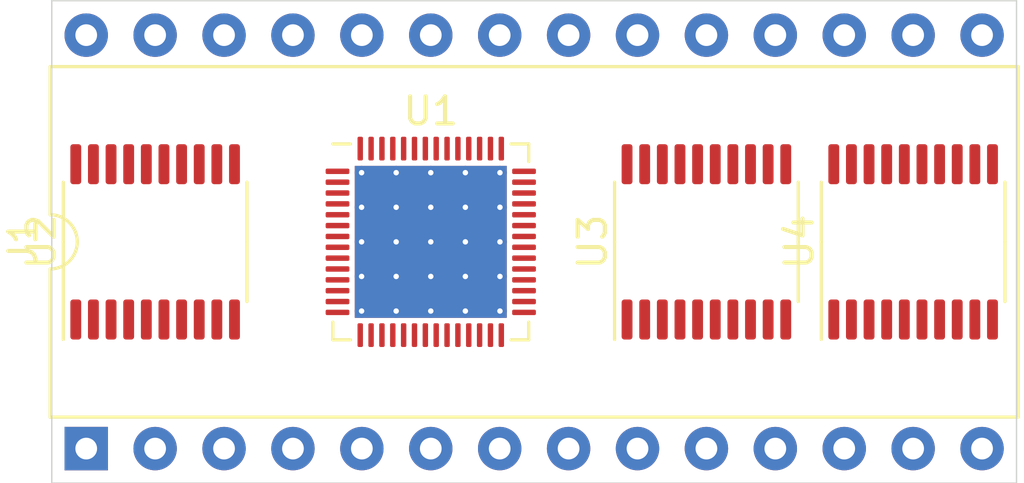
<source format=kicad_pcb>
(kicad_pcb (version 20171130) (host pcbnew 5.99.0+really5.1.12+dfsg1-1)

  (general
    (thickness 1.6)
    (drawings 4)
    (tracks 0)
    (zones 0)
    (modules 5)
    (nets 146)
  )

  (page A4)
  (layers
    (0 F.Cu signal)
    (31 B.Cu signal)
    (32 B.Adhes user)
    (33 F.Adhes user)
    (34 B.Paste user)
    (35 F.Paste user)
    (36 B.SilkS user)
    (37 F.SilkS user)
    (38 B.Mask user)
    (39 F.Mask user)
    (40 Dwgs.User user)
    (41 Cmts.User user)
    (42 Eco1.User user)
    (43 Eco2.User user)
    (44 Edge.Cuts user)
    (45 Margin user)
    (46 B.CrtYd user)
    (47 F.CrtYd user)
    (48 B.Fab user)
    (49 F.Fab user hide)
  )

  (setup
    (last_trace_width 0.25)
    (trace_clearance 0.2)
    (zone_clearance 0.508)
    (zone_45_only no)
    (trace_min 0.2)
    (via_size 0.8)
    (via_drill 0.4)
    (via_min_size 0.4)
    (via_min_drill 0.3)
    (uvia_size 0.3)
    (uvia_drill 0.1)
    (uvias_allowed no)
    (uvia_min_size 0.2)
    (uvia_min_drill 0.1)
    (edge_width 0.05)
    (segment_width 0.2)
    (pcb_text_width 0.3)
    (pcb_text_size 1.5 1.5)
    (mod_edge_width 0.12)
    (mod_text_size 1 1)
    (mod_text_width 0.15)
    (pad_size 1.524 1.524)
    (pad_drill 0.762)
    (pad_to_mask_clearance 0)
    (aux_axis_origin 0 0)
    (visible_elements FFFFFF7F)
    (pcbplotparams
      (layerselection 0x010fc_ffffffff)
      (usegerberextensions false)
      (usegerberattributes true)
      (usegerberadvancedattributes true)
      (creategerberjobfile true)
      (excludeedgelayer true)
      (linewidth 0.100000)
      (plotframeref false)
      (viasonmask false)
      (mode 1)
      (useauxorigin false)
      (hpglpennumber 1)
      (hpglpenspeed 20)
      (hpglpendiameter 15.000000)
      (psnegative false)
      (psa4output false)
      (plotreference true)
      (plotvalue true)
      (plotinvisibletext false)
      (padsonsilk false)
      (subtractmaskfromsilk false)
      (outputformat 1)
      (mirror false)
      (drillshape 1)
      (scaleselection 1)
      (outputdirectory ""))
  )

  (net 0 "")
  (net 1 "Net-(J1-Pad28)")
  (net 2 "Net-(J1-Pad14)")
  (net 3 "Net-(J1-Pad27)")
  (net 4 "Net-(J1-Pad13)")
  (net 5 "Net-(J1-Pad26)")
  (net 6 "Net-(J1-Pad12)")
  (net 7 "Net-(J1-Pad25)")
  (net 8 "Net-(J1-Pad11)")
  (net 9 "Net-(J1-Pad24)")
  (net 10 "Net-(J1-Pad10)")
  (net 11 "Net-(J1-Pad23)")
  (net 12 "Net-(J1-Pad9)")
  (net 13 "Net-(J1-Pad22)")
  (net 14 "Net-(J1-Pad8)")
  (net 15 "Net-(J1-Pad21)")
  (net 16 "Net-(J1-Pad7)")
  (net 17 "Net-(J1-Pad20)")
  (net 18 "Net-(J1-Pad6)")
  (net 19 "Net-(J1-Pad19)")
  (net 20 "Net-(J1-Pad5)")
  (net 21 "Net-(J1-Pad18)")
  (net 22 "Net-(J1-Pad4)")
  (net 23 "Net-(J1-Pad17)")
  (net 24 "Net-(J1-Pad3)")
  (net 25 "Net-(J1-Pad16)")
  (net 26 "Net-(J1-Pad2)")
  (net 27 "Net-(J1-Pad15)")
  (net 28 "Net-(J1-Pad1)")
  (net 29 "Net-(U1-Pad57)")
  (net 30 "Net-(U1-Pad56)")
  (net 31 "Net-(U1-Pad55)")
  (net 32 "Net-(U1-Pad54)")
  (net 33 "Net-(U1-Pad53)")
  (net 34 "Net-(U1-Pad52)")
  (net 35 "Net-(U1-Pad51)")
  (net 36 "Net-(U1-Pad50)")
  (net 37 "Net-(U1-Pad49)")
  (net 38 "Net-(U1-Pad48)")
  (net 39 "Net-(U1-Pad47)")
  (net 40 "Net-(U1-Pad46)")
  (net 41 "Net-(U1-Pad45)")
  (net 42 "Net-(U1-Pad44)")
  (net 43 "Net-(U1-Pad43)")
  (net 44 "Net-(U1-Pad42)")
  (net 45 "Net-(U1-Pad41)")
  (net 46 "Net-(U1-Pad40)")
  (net 47 "Net-(U1-Pad39)")
  (net 48 "Net-(U1-Pad38)")
  (net 49 "Net-(U1-Pad37)")
  (net 50 "Net-(U1-Pad36)")
  (net 51 "Net-(U1-Pad35)")
  (net 52 "Net-(U1-Pad34)")
  (net 53 "Net-(U1-Pad33)")
  (net 54 "Net-(U1-Pad32)")
  (net 55 "Net-(U1-Pad31)")
  (net 56 "Net-(U1-Pad30)")
  (net 57 "Net-(U1-Pad29)")
  (net 58 "Net-(U1-Pad28)")
  (net 59 "Net-(U1-Pad27)")
  (net 60 "Net-(U1-Pad26)")
  (net 61 "Net-(U1-Pad25)")
  (net 62 "Net-(U1-Pad24)")
  (net 63 "Net-(U1-Pad23)")
  (net 64 "Net-(U1-Pad22)")
  (net 65 "Net-(U1-Pad21)")
  (net 66 "Net-(U1-Pad20)")
  (net 67 "Net-(U1-Pad19)")
  (net 68 "Net-(U1-Pad18)")
  (net 69 "Net-(U1-Pad17)")
  (net 70 "Net-(U1-Pad16)")
  (net 71 "Net-(U1-Pad15)")
  (net 72 "Net-(U1-Pad14)")
  (net 73 "Net-(U1-Pad13)")
  (net 74 "Net-(U1-Pad12)")
  (net 75 "Net-(U1-Pad11)")
  (net 76 "Net-(U1-Pad10)")
  (net 77 "Net-(U1-Pad9)")
  (net 78 "Net-(U1-Pad8)")
  (net 79 "Net-(U1-Pad7)")
  (net 80 "Net-(U1-Pad6)")
  (net 81 "Net-(U1-Pad5)")
  (net 82 "Net-(U1-Pad4)")
  (net 83 "Net-(U1-Pad3)")
  (net 84 "Net-(U1-Pad2)")
  (net 85 "Net-(U1-Pad1)")
  (net 86 "Net-(U2-Pad20)")
  (net 87 "Net-(U2-Pad19)")
  (net 88 "Net-(U2-Pad18)")
  (net 89 "Net-(U2-Pad17)")
  (net 90 "Net-(U2-Pad16)")
  (net 91 "Net-(U2-Pad15)")
  (net 92 "Net-(U2-Pad14)")
  (net 93 "Net-(U2-Pad13)")
  (net 94 "Net-(U2-Pad12)")
  (net 95 "Net-(U2-Pad11)")
  (net 96 "Net-(U2-Pad10)")
  (net 97 "Net-(U2-Pad9)")
  (net 98 "Net-(U2-Pad8)")
  (net 99 "Net-(U2-Pad7)")
  (net 100 "Net-(U2-Pad6)")
  (net 101 "Net-(U2-Pad5)")
  (net 102 "Net-(U2-Pad4)")
  (net 103 "Net-(U2-Pad3)")
  (net 104 "Net-(U2-Pad2)")
  (net 105 "Net-(U2-Pad1)")
  (net 106 "Net-(U3-Pad20)")
  (net 107 "Net-(U3-Pad19)")
  (net 108 "Net-(U3-Pad18)")
  (net 109 "Net-(U3-Pad17)")
  (net 110 "Net-(U3-Pad16)")
  (net 111 "Net-(U3-Pad15)")
  (net 112 "Net-(U3-Pad14)")
  (net 113 "Net-(U3-Pad13)")
  (net 114 "Net-(U3-Pad12)")
  (net 115 "Net-(U3-Pad11)")
  (net 116 "Net-(U3-Pad10)")
  (net 117 "Net-(U3-Pad9)")
  (net 118 "Net-(U3-Pad8)")
  (net 119 "Net-(U3-Pad7)")
  (net 120 "Net-(U3-Pad6)")
  (net 121 "Net-(U3-Pad5)")
  (net 122 "Net-(U3-Pad4)")
  (net 123 "Net-(U3-Pad3)")
  (net 124 "Net-(U3-Pad2)")
  (net 125 "Net-(U3-Pad1)")
  (net 126 "Net-(U4-Pad20)")
  (net 127 "Net-(U4-Pad19)")
  (net 128 "Net-(U4-Pad18)")
  (net 129 "Net-(U4-Pad17)")
  (net 130 "Net-(U4-Pad16)")
  (net 131 "Net-(U4-Pad15)")
  (net 132 "Net-(U4-Pad14)")
  (net 133 "Net-(U4-Pad13)")
  (net 134 "Net-(U4-Pad12)")
  (net 135 "Net-(U4-Pad11)")
  (net 136 "Net-(U4-Pad10)")
  (net 137 "Net-(U4-Pad9)")
  (net 138 "Net-(U4-Pad8)")
  (net 139 "Net-(U4-Pad7)")
  (net 140 "Net-(U4-Pad6)")
  (net 141 "Net-(U4-Pad5)")
  (net 142 "Net-(U4-Pad4)")
  (net 143 "Net-(U4-Pad3)")
  (net 144 "Net-(U4-Pad2)")
  (net 145 "Net-(U4-Pad1)")

  (net_class Default "This is the default net class."
    (clearance 0.2)
    (trace_width 0.25)
    (via_dia 0.8)
    (via_drill 0.4)
    (uvia_dia 0.3)
    (uvia_drill 0.1)
    (add_net "Net-(J1-Pad1)")
    (add_net "Net-(J1-Pad10)")
    (add_net "Net-(J1-Pad11)")
    (add_net "Net-(J1-Pad12)")
    (add_net "Net-(J1-Pad13)")
    (add_net "Net-(J1-Pad14)")
    (add_net "Net-(J1-Pad15)")
    (add_net "Net-(J1-Pad16)")
    (add_net "Net-(J1-Pad17)")
    (add_net "Net-(J1-Pad18)")
    (add_net "Net-(J1-Pad19)")
    (add_net "Net-(J1-Pad2)")
    (add_net "Net-(J1-Pad20)")
    (add_net "Net-(J1-Pad21)")
    (add_net "Net-(J1-Pad22)")
    (add_net "Net-(J1-Pad23)")
    (add_net "Net-(J1-Pad24)")
    (add_net "Net-(J1-Pad25)")
    (add_net "Net-(J1-Pad26)")
    (add_net "Net-(J1-Pad27)")
    (add_net "Net-(J1-Pad28)")
    (add_net "Net-(J1-Pad3)")
    (add_net "Net-(J1-Pad4)")
    (add_net "Net-(J1-Pad5)")
    (add_net "Net-(J1-Pad6)")
    (add_net "Net-(J1-Pad7)")
    (add_net "Net-(J1-Pad8)")
    (add_net "Net-(J1-Pad9)")
    (add_net "Net-(U1-Pad1)")
    (add_net "Net-(U1-Pad10)")
    (add_net "Net-(U1-Pad11)")
    (add_net "Net-(U1-Pad12)")
    (add_net "Net-(U1-Pad13)")
    (add_net "Net-(U1-Pad14)")
    (add_net "Net-(U1-Pad15)")
    (add_net "Net-(U1-Pad16)")
    (add_net "Net-(U1-Pad17)")
    (add_net "Net-(U1-Pad18)")
    (add_net "Net-(U1-Pad19)")
    (add_net "Net-(U1-Pad2)")
    (add_net "Net-(U1-Pad20)")
    (add_net "Net-(U1-Pad21)")
    (add_net "Net-(U1-Pad22)")
    (add_net "Net-(U1-Pad23)")
    (add_net "Net-(U1-Pad24)")
    (add_net "Net-(U1-Pad25)")
    (add_net "Net-(U1-Pad26)")
    (add_net "Net-(U1-Pad27)")
    (add_net "Net-(U1-Pad28)")
    (add_net "Net-(U1-Pad29)")
    (add_net "Net-(U1-Pad3)")
    (add_net "Net-(U1-Pad30)")
    (add_net "Net-(U1-Pad31)")
    (add_net "Net-(U1-Pad32)")
    (add_net "Net-(U1-Pad33)")
    (add_net "Net-(U1-Pad34)")
    (add_net "Net-(U1-Pad35)")
    (add_net "Net-(U1-Pad36)")
    (add_net "Net-(U1-Pad37)")
    (add_net "Net-(U1-Pad38)")
    (add_net "Net-(U1-Pad39)")
    (add_net "Net-(U1-Pad4)")
    (add_net "Net-(U1-Pad40)")
    (add_net "Net-(U1-Pad41)")
    (add_net "Net-(U1-Pad42)")
    (add_net "Net-(U1-Pad43)")
    (add_net "Net-(U1-Pad44)")
    (add_net "Net-(U1-Pad45)")
    (add_net "Net-(U1-Pad46)")
    (add_net "Net-(U1-Pad47)")
    (add_net "Net-(U1-Pad48)")
    (add_net "Net-(U1-Pad49)")
    (add_net "Net-(U1-Pad5)")
    (add_net "Net-(U1-Pad50)")
    (add_net "Net-(U1-Pad51)")
    (add_net "Net-(U1-Pad52)")
    (add_net "Net-(U1-Pad53)")
    (add_net "Net-(U1-Pad54)")
    (add_net "Net-(U1-Pad55)")
    (add_net "Net-(U1-Pad56)")
    (add_net "Net-(U1-Pad57)")
    (add_net "Net-(U1-Pad6)")
    (add_net "Net-(U1-Pad7)")
    (add_net "Net-(U1-Pad8)")
    (add_net "Net-(U1-Pad9)")
    (add_net "Net-(U2-Pad1)")
    (add_net "Net-(U2-Pad10)")
    (add_net "Net-(U2-Pad11)")
    (add_net "Net-(U2-Pad12)")
    (add_net "Net-(U2-Pad13)")
    (add_net "Net-(U2-Pad14)")
    (add_net "Net-(U2-Pad15)")
    (add_net "Net-(U2-Pad16)")
    (add_net "Net-(U2-Pad17)")
    (add_net "Net-(U2-Pad18)")
    (add_net "Net-(U2-Pad19)")
    (add_net "Net-(U2-Pad2)")
    (add_net "Net-(U2-Pad20)")
    (add_net "Net-(U2-Pad3)")
    (add_net "Net-(U2-Pad4)")
    (add_net "Net-(U2-Pad5)")
    (add_net "Net-(U2-Pad6)")
    (add_net "Net-(U2-Pad7)")
    (add_net "Net-(U2-Pad8)")
    (add_net "Net-(U2-Pad9)")
    (add_net "Net-(U3-Pad1)")
    (add_net "Net-(U3-Pad10)")
    (add_net "Net-(U3-Pad11)")
    (add_net "Net-(U3-Pad12)")
    (add_net "Net-(U3-Pad13)")
    (add_net "Net-(U3-Pad14)")
    (add_net "Net-(U3-Pad15)")
    (add_net "Net-(U3-Pad16)")
    (add_net "Net-(U3-Pad17)")
    (add_net "Net-(U3-Pad18)")
    (add_net "Net-(U3-Pad19)")
    (add_net "Net-(U3-Pad2)")
    (add_net "Net-(U3-Pad20)")
    (add_net "Net-(U3-Pad3)")
    (add_net "Net-(U3-Pad4)")
    (add_net "Net-(U3-Pad5)")
    (add_net "Net-(U3-Pad6)")
    (add_net "Net-(U3-Pad7)")
    (add_net "Net-(U3-Pad8)")
    (add_net "Net-(U3-Pad9)")
    (add_net "Net-(U4-Pad1)")
    (add_net "Net-(U4-Pad10)")
    (add_net "Net-(U4-Pad11)")
    (add_net "Net-(U4-Pad12)")
    (add_net "Net-(U4-Pad13)")
    (add_net "Net-(U4-Pad14)")
    (add_net "Net-(U4-Pad15)")
    (add_net "Net-(U4-Pad16)")
    (add_net "Net-(U4-Pad17)")
    (add_net "Net-(U4-Pad18)")
    (add_net "Net-(U4-Pad19)")
    (add_net "Net-(U4-Pad2)")
    (add_net "Net-(U4-Pad20)")
    (add_net "Net-(U4-Pad3)")
    (add_net "Net-(U4-Pad4)")
    (add_net "Net-(U4-Pad5)")
    (add_net "Net-(U4-Pad6)")
    (add_net "Net-(U4-Pad7)")
    (add_net "Net-(U4-Pad8)")
    (add_net "Net-(U4-Pad9)")
  )

  (module Package_SO:TSSOP-20_4.4x6.5mm_P0.65mm (layer F.Cu) (tedit 5E476F32) (tstamp 61B6B9D9)
    (at 167.64 99.06 90)
    (descr "TSSOP, 20 Pin (JEDEC MO-153 Var AC https://www.jedec.org/document_search?search_api_views_fulltext=MO-153), generated with kicad-footprint-generator ipc_gullwing_generator.py")
    (tags "TSSOP SO")
    (path /61B77F23)
    (attr smd)
    (fp_text reference U4 (at 0 -4.2 90) (layer F.SilkS)
      (effects (font (size 1 1) (thickness 0.15)))
    )
    (fp_text value TXS0108EPW (at 0 4.2 90) (layer F.Fab)
      (effects (font (size 1 1) (thickness 0.15)))
    )
    (fp_text user %R (at 0 0 90) (layer F.Fab)
      (effects (font (size 1 1) (thickness 0.15)))
    )
    (fp_line (start 0 3.385) (end 2.2 3.385) (layer F.SilkS) (width 0.12))
    (fp_line (start 0 3.385) (end -2.2 3.385) (layer F.SilkS) (width 0.12))
    (fp_line (start 0 -3.385) (end 2.2 -3.385) (layer F.SilkS) (width 0.12))
    (fp_line (start 0 -3.385) (end -3.6 -3.385) (layer F.SilkS) (width 0.12))
    (fp_line (start -1.2 -3.25) (end 2.2 -3.25) (layer F.Fab) (width 0.1))
    (fp_line (start 2.2 -3.25) (end 2.2 3.25) (layer F.Fab) (width 0.1))
    (fp_line (start 2.2 3.25) (end -2.2 3.25) (layer F.Fab) (width 0.1))
    (fp_line (start -2.2 3.25) (end -2.2 -2.25) (layer F.Fab) (width 0.1))
    (fp_line (start -2.2 -2.25) (end -1.2 -3.25) (layer F.Fab) (width 0.1))
    (fp_line (start -3.85 -3.5) (end -3.85 3.5) (layer F.CrtYd) (width 0.05))
    (fp_line (start -3.85 3.5) (end 3.85 3.5) (layer F.CrtYd) (width 0.05))
    (fp_line (start 3.85 3.5) (end 3.85 -3.5) (layer F.CrtYd) (width 0.05))
    (fp_line (start 3.85 -3.5) (end -3.85 -3.5) (layer F.CrtYd) (width 0.05))
    (pad 20 smd roundrect (at 2.8625 -2.925 90) (size 1.475 0.4) (layers F.Cu F.Paste F.Mask) (roundrect_rratio 0.25)
      (net 126 "Net-(U4-Pad20)"))
    (pad 19 smd roundrect (at 2.8625 -2.275 90) (size 1.475 0.4) (layers F.Cu F.Paste F.Mask) (roundrect_rratio 0.25)
      (net 127 "Net-(U4-Pad19)"))
    (pad 18 smd roundrect (at 2.8625 -1.625 90) (size 1.475 0.4) (layers F.Cu F.Paste F.Mask) (roundrect_rratio 0.25)
      (net 128 "Net-(U4-Pad18)"))
    (pad 17 smd roundrect (at 2.8625 -0.975 90) (size 1.475 0.4) (layers F.Cu F.Paste F.Mask) (roundrect_rratio 0.25)
      (net 129 "Net-(U4-Pad17)"))
    (pad 16 smd roundrect (at 2.8625 -0.325 90) (size 1.475 0.4) (layers F.Cu F.Paste F.Mask) (roundrect_rratio 0.25)
      (net 130 "Net-(U4-Pad16)"))
    (pad 15 smd roundrect (at 2.8625 0.325 90) (size 1.475 0.4) (layers F.Cu F.Paste F.Mask) (roundrect_rratio 0.25)
      (net 131 "Net-(U4-Pad15)"))
    (pad 14 smd roundrect (at 2.8625 0.975 90) (size 1.475 0.4) (layers F.Cu F.Paste F.Mask) (roundrect_rratio 0.25)
      (net 132 "Net-(U4-Pad14)"))
    (pad 13 smd roundrect (at 2.8625 1.625 90) (size 1.475 0.4) (layers F.Cu F.Paste F.Mask) (roundrect_rratio 0.25)
      (net 133 "Net-(U4-Pad13)"))
    (pad 12 smd roundrect (at 2.8625 2.275 90) (size 1.475 0.4) (layers F.Cu F.Paste F.Mask) (roundrect_rratio 0.25)
      (net 134 "Net-(U4-Pad12)"))
    (pad 11 smd roundrect (at 2.8625 2.925 90) (size 1.475 0.4) (layers F.Cu F.Paste F.Mask) (roundrect_rratio 0.25)
      (net 135 "Net-(U4-Pad11)"))
    (pad 10 smd roundrect (at -2.8625 2.925 90) (size 1.475 0.4) (layers F.Cu F.Paste F.Mask) (roundrect_rratio 0.25)
      (net 136 "Net-(U4-Pad10)"))
    (pad 9 smd roundrect (at -2.8625 2.275 90) (size 1.475 0.4) (layers F.Cu F.Paste F.Mask) (roundrect_rratio 0.25)
      (net 137 "Net-(U4-Pad9)"))
    (pad 8 smd roundrect (at -2.8625 1.625 90) (size 1.475 0.4) (layers F.Cu F.Paste F.Mask) (roundrect_rratio 0.25)
      (net 138 "Net-(U4-Pad8)"))
    (pad 7 smd roundrect (at -2.8625 0.975 90) (size 1.475 0.4) (layers F.Cu F.Paste F.Mask) (roundrect_rratio 0.25)
      (net 139 "Net-(U4-Pad7)"))
    (pad 6 smd roundrect (at -2.8625 0.325 90) (size 1.475 0.4) (layers F.Cu F.Paste F.Mask) (roundrect_rratio 0.25)
      (net 140 "Net-(U4-Pad6)"))
    (pad 5 smd roundrect (at -2.8625 -0.325 90) (size 1.475 0.4) (layers F.Cu F.Paste F.Mask) (roundrect_rratio 0.25)
      (net 141 "Net-(U4-Pad5)"))
    (pad 4 smd roundrect (at -2.8625 -0.975 90) (size 1.475 0.4) (layers F.Cu F.Paste F.Mask) (roundrect_rratio 0.25)
      (net 142 "Net-(U4-Pad4)"))
    (pad 3 smd roundrect (at -2.8625 -1.625 90) (size 1.475 0.4) (layers F.Cu F.Paste F.Mask) (roundrect_rratio 0.25)
      (net 143 "Net-(U4-Pad3)"))
    (pad 2 smd roundrect (at -2.8625 -2.275 90) (size 1.475 0.4) (layers F.Cu F.Paste F.Mask) (roundrect_rratio 0.25)
      (net 144 "Net-(U4-Pad2)"))
    (pad 1 smd roundrect (at -2.8625 -2.925 90) (size 1.475 0.4) (layers F.Cu F.Paste F.Mask) (roundrect_rratio 0.25)
      (net 145 "Net-(U4-Pad1)"))
    (model ${KISYS3DMOD}/Package_SO.3dshapes/TSSOP-20_4.4x6.5mm_P0.65mm.wrl
      (at (xyz 0 0 0))
      (scale (xyz 1 1 1))
      (rotate (xyz 0 0 0))
    )
  )

  (module Package_SO:TSSOP-20_4.4x6.5mm_P0.65mm (layer F.Cu) (tedit 5E476F32) (tstamp 61B6B9B3)
    (at 160.02 99.06 90)
    (descr "TSSOP, 20 Pin (JEDEC MO-153 Var AC https://www.jedec.org/document_search?search_api_views_fulltext=MO-153), generated with kicad-footprint-generator ipc_gullwing_generator.py")
    (tags "TSSOP SO")
    (path /61B77593)
    (attr smd)
    (fp_text reference U3 (at 0 -4.2 90) (layer F.SilkS)
      (effects (font (size 1 1) (thickness 0.15)))
    )
    (fp_text value TXS0108EPW (at 0 4.2 90) (layer F.Fab)
      (effects (font (size 1 1) (thickness 0.15)))
    )
    (fp_text user %R (at 0 0 90) (layer F.Fab)
      (effects (font (size 1 1) (thickness 0.15)))
    )
    (fp_line (start 0 3.385) (end 2.2 3.385) (layer F.SilkS) (width 0.12))
    (fp_line (start 0 3.385) (end -2.2 3.385) (layer F.SilkS) (width 0.12))
    (fp_line (start 0 -3.385) (end 2.2 -3.385) (layer F.SilkS) (width 0.12))
    (fp_line (start 0 -3.385) (end -3.6 -3.385) (layer F.SilkS) (width 0.12))
    (fp_line (start -1.2 -3.25) (end 2.2 -3.25) (layer F.Fab) (width 0.1))
    (fp_line (start 2.2 -3.25) (end 2.2 3.25) (layer F.Fab) (width 0.1))
    (fp_line (start 2.2 3.25) (end -2.2 3.25) (layer F.Fab) (width 0.1))
    (fp_line (start -2.2 3.25) (end -2.2 -2.25) (layer F.Fab) (width 0.1))
    (fp_line (start -2.2 -2.25) (end -1.2 -3.25) (layer F.Fab) (width 0.1))
    (fp_line (start -3.85 -3.5) (end -3.85 3.5) (layer F.CrtYd) (width 0.05))
    (fp_line (start -3.85 3.5) (end 3.85 3.5) (layer F.CrtYd) (width 0.05))
    (fp_line (start 3.85 3.5) (end 3.85 -3.5) (layer F.CrtYd) (width 0.05))
    (fp_line (start 3.85 -3.5) (end -3.85 -3.5) (layer F.CrtYd) (width 0.05))
    (pad 20 smd roundrect (at 2.8625 -2.925 90) (size 1.475 0.4) (layers F.Cu F.Paste F.Mask) (roundrect_rratio 0.25)
      (net 106 "Net-(U3-Pad20)"))
    (pad 19 smd roundrect (at 2.8625 -2.275 90) (size 1.475 0.4) (layers F.Cu F.Paste F.Mask) (roundrect_rratio 0.25)
      (net 107 "Net-(U3-Pad19)"))
    (pad 18 smd roundrect (at 2.8625 -1.625 90) (size 1.475 0.4) (layers F.Cu F.Paste F.Mask) (roundrect_rratio 0.25)
      (net 108 "Net-(U3-Pad18)"))
    (pad 17 smd roundrect (at 2.8625 -0.975 90) (size 1.475 0.4) (layers F.Cu F.Paste F.Mask) (roundrect_rratio 0.25)
      (net 109 "Net-(U3-Pad17)"))
    (pad 16 smd roundrect (at 2.8625 -0.325 90) (size 1.475 0.4) (layers F.Cu F.Paste F.Mask) (roundrect_rratio 0.25)
      (net 110 "Net-(U3-Pad16)"))
    (pad 15 smd roundrect (at 2.8625 0.325 90) (size 1.475 0.4) (layers F.Cu F.Paste F.Mask) (roundrect_rratio 0.25)
      (net 111 "Net-(U3-Pad15)"))
    (pad 14 smd roundrect (at 2.8625 0.975 90) (size 1.475 0.4) (layers F.Cu F.Paste F.Mask) (roundrect_rratio 0.25)
      (net 112 "Net-(U3-Pad14)"))
    (pad 13 smd roundrect (at 2.8625 1.625 90) (size 1.475 0.4) (layers F.Cu F.Paste F.Mask) (roundrect_rratio 0.25)
      (net 113 "Net-(U3-Pad13)"))
    (pad 12 smd roundrect (at 2.8625 2.275 90) (size 1.475 0.4) (layers F.Cu F.Paste F.Mask) (roundrect_rratio 0.25)
      (net 114 "Net-(U3-Pad12)"))
    (pad 11 smd roundrect (at 2.8625 2.925 90) (size 1.475 0.4) (layers F.Cu F.Paste F.Mask) (roundrect_rratio 0.25)
      (net 115 "Net-(U3-Pad11)"))
    (pad 10 smd roundrect (at -2.8625 2.925 90) (size 1.475 0.4) (layers F.Cu F.Paste F.Mask) (roundrect_rratio 0.25)
      (net 116 "Net-(U3-Pad10)"))
    (pad 9 smd roundrect (at -2.8625 2.275 90) (size 1.475 0.4) (layers F.Cu F.Paste F.Mask) (roundrect_rratio 0.25)
      (net 117 "Net-(U3-Pad9)"))
    (pad 8 smd roundrect (at -2.8625 1.625 90) (size 1.475 0.4) (layers F.Cu F.Paste F.Mask) (roundrect_rratio 0.25)
      (net 118 "Net-(U3-Pad8)"))
    (pad 7 smd roundrect (at -2.8625 0.975 90) (size 1.475 0.4) (layers F.Cu F.Paste F.Mask) (roundrect_rratio 0.25)
      (net 119 "Net-(U3-Pad7)"))
    (pad 6 smd roundrect (at -2.8625 0.325 90) (size 1.475 0.4) (layers F.Cu F.Paste F.Mask) (roundrect_rratio 0.25)
      (net 120 "Net-(U3-Pad6)"))
    (pad 5 smd roundrect (at -2.8625 -0.325 90) (size 1.475 0.4) (layers F.Cu F.Paste F.Mask) (roundrect_rratio 0.25)
      (net 121 "Net-(U3-Pad5)"))
    (pad 4 smd roundrect (at -2.8625 -0.975 90) (size 1.475 0.4) (layers F.Cu F.Paste F.Mask) (roundrect_rratio 0.25)
      (net 122 "Net-(U3-Pad4)"))
    (pad 3 smd roundrect (at -2.8625 -1.625 90) (size 1.475 0.4) (layers F.Cu F.Paste F.Mask) (roundrect_rratio 0.25)
      (net 123 "Net-(U3-Pad3)"))
    (pad 2 smd roundrect (at -2.8625 -2.275 90) (size 1.475 0.4) (layers F.Cu F.Paste F.Mask) (roundrect_rratio 0.25)
      (net 124 "Net-(U3-Pad2)"))
    (pad 1 smd roundrect (at -2.8625 -2.925 90) (size 1.475 0.4) (layers F.Cu F.Paste F.Mask) (roundrect_rratio 0.25)
      (net 125 "Net-(U3-Pad1)"))
    (model ${KISYS3DMOD}/Package_SO.3dshapes/TSSOP-20_4.4x6.5mm_P0.65mm.wrl
      (at (xyz 0 0 0))
      (scale (xyz 1 1 1))
      (rotate (xyz 0 0 0))
    )
  )

  (module Package_SO:TSSOP-20_4.4x6.5mm_P0.65mm (layer F.Cu) (tedit 5E476F32) (tstamp 61B6C27A)
    (at 139.7 99.06 90)
    (descr "TSSOP, 20 Pin (JEDEC MO-153 Var AC https://www.jedec.org/document_search?search_api_views_fulltext=MO-153), generated with kicad-footprint-generator ipc_gullwing_generator.py")
    (tags "TSSOP SO")
    (path /61B7571E)
    (attr smd)
    (fp_text reference U2 (at 0 -4.2 90) (layer F.SilkS)
      (effects (font (size 1 1) (thickness 0.15)))
    )
    (fp_text value TXS0108EPW (at 0 4.2 90) (layer F.Fab)
      (effects (font (size 1 1) (thickness 0.15)))
    )
    (fp_text user %R (at 0 0 90) (layer F.Fab)
      (effects (font (size 1 1) (thickness 0.15)))
    )
    (fp_line (start 0 3.385) (end 2.2 3.385) (layer F.SilkS) (width 0.12))
    (fp_line (start 0 3.385) (end -2.2 3.385) (layer F.SilkS) (width 0.12))
    (fp_line (start 0 -3.385) (end 2.2 -3.385) (layer F.SilkS) (width 0.12))
    (fp_line (start 0 -3.385) (end -3.6 -3.385) (layer F.SilkS) (width 0.12))
    (fp_line (start -1.2 -3.25) (end 2.2 -3.25) (layer F.Fab) (width 0.1))
    (fp_line (start 2.2 -3.25) (end 2.2 3.25) (layer F.Fab) (width 0.1))
    (fp_line (start 2.2 3.25) (end -2.2 3.25) (layer F.Fab) (width 0.1))
    (fp_line (start -2.2 3.25) (end -2.2 -2.25) (layer F.Fab) (width 0.1))
    (fp_line (start -2.2 -2.25) (end -1.2 -3.25) (layer F.Fab) (width 0.1))
    (fp_line (start -3.85 -3.5) (end -3.85 3.5) (layer F.CrtYd) (width 0.05))
    (fp_line (start -3.85 3.5) (end 3.85 3.5) (layer F.CrtYd) (width 0.05))
    (fp_line (start 3.85 3.5) (end 3.85 -3.5) (layer F.CrtYd) (width 0.05))
    (fp_line (start 3.85 -3.5) (end -3.85 -3.5) (layer F.CrtYd) (width 0.05))
    (pad 20 smd roundrect (at 2.8625 -2.925 90) (size 1.475 0.4) (layers F.Cu F.Paste F.Mask) (roundrect_rratio 0.25)
      (net 86 "Net-(U2-Pad20)"))
    (pad 19 smd roundrect (at 2.8625 -2.275 90) (size 1.475 0.4) (layers F.Cu F.Paste F.Mask) (roundrect_rratio 0.25)
      (net 87 "Net-(U2-Pad19)"))
    (pad 18 smd roundrect (at 2.8625 -1.625 90) (size 1.475 0.4) (layers F.Cu F.Paste F.Mask) (roundrect_rratio 0.25)
      (net 88 "Net-(U2-Pad18)"))
    (pad 17 smd roundrect (at 2.8625 -0.975 90) (size 1.475 0.4) (layers F.Cu F.Paste F.Mask) (roundrect_rratio 0.25)
      (net 89 "Net-(U2-Pad17)"))
    (pad 16 smd roundrect (at 2.8625 -0.325 90) (size 1.475 0.4) (layers F.Cu F.Paste F.Mask) (roundrect_rratio 0.25)
      (net 90 "Net-(U2-Pad16)"))
    (pad 15 smd roundrect (at 2.8625 0.325 90) (size 1.475 0.4) (layers F.Cu F.Paste F.Mask) (roundrect_rratio 0.25)
      (net 91 "Net-(U2-Pad15)"))
    (pad 14 smd roundrect (at 2.8625 0.975 90) (size 1.475 0.4) (layers F.Cu F.Paste F.Mask) (roundrect_rratio 0.25)
      (net 92 "Net-(U2-Pad14)"))
    (pad 13 smd roundrect (at 2.8625 1.625 90) (size 1.475 0.4) (layers F.Cu F.Paste F.Mask) (roundrect_rratio 0.25)
      (net 93 "Net-(U2-Pad13)"))
    (pad 12 smd roundrect (at 2.8625 2.275 90) (size 1.475 0.4) (layers F.Cu F.Paste F.Mask) (roundrect_rratio 0.25)
      (net 94 "Net-(U2-Pad12)"))
    (pad 11 smd roundrect (at 2.8625 2.925 90) (size 1.475 0.4) (layers F.Cu F.Paste F.Mask) (roundrect_rratio 0.25)
      (net 95 "Net-(U2-Pad11)"))
    (pad 10 smd roundrect (at -2.8625 2.925 90) (size 1.475 0.4) (layers F.Cu F.Paste F.Mask) (roundrect_rratio 0.25)
      (net 96 "Net-(U2-Pad10)"))
    (pad 9 smd roundrect (at -2.8625 2.275 90) (size 1.475 0.4) (layers F.Cu F.Paste F.Mask) (roundrect_rratio 0.25)
      (net 97 "Net-(U2-Pad9)"))
    (pad 8 smd roundrect (at -2.8625 1.625 90) (size 1.475 0.4) (layers F.Cu F.Paste F.Mask) (roundrect_rratio 0.25)
      (net 98 "Net-(U2-Pad8)"))
    (pad 7 smd roundrect (at -2.8625 0.975 90) (size 1.475 0.4) (layers F.Cu F.Paste F.Mask) (roundrect_rratio 0.25)
      (net 99 "Net-(U2-Pad7)"))
    (pad 6 smd roundrect (at -2.8625 0.325 90) (size 1.475 0.4) (layers F.Cu F.Paste F.Mask) (roundrect_rratio 0.25)
      (net 100 "Net-(U2-Pad6)"))
    (pad 5 smd roundrect (at -2.8625 -0.325 90) (size 1.475 0.4) (layers F.Cu F.Paste F.Mask) (roundrect_rratio 0.25)
      (net 101 "Net-(U2-Pad5)"))
    (pad 4 smd roundrect (at -2.8625 -0.975 90) (size 1.475 0.4) (layers F.Cu F.Paste F.Mask) (roundrect_rratio 0.25)
      (net 102 "Net-(U2-Pad4)"))
    (pad 3 smd roundrect (at -2.8625 -1.625 90) (size 1.475 0.4) (layers F.Cu F.Paste F.Mask) (roundrect_rratio 0.25)
      (net 103 "Net-(U2-Pad3)"))
    (pad 2 smd roundrect (at -2.8625 -2.275 90) (size 1.475 0.4) (layers F.Cu F.Paste F.Mask) (roundrect_rratio 0.25)
      (net 104 "Net-(U2-Pad2)"))
    (pad 1 smd roundrect (at -2.8625 -2.925 90) (size 1.475 0.4) (layers F.Cu F.Paste F.Mask) (roundrect_rratio 0.25)
      (net 105 "Net-(U2-Pad1)"))
    (model ${KISYS3DMOD}/Package_SO.3dshapes/TSSOP-20_4.4x6.5mm_P0.65mm.wrl
      (at (xyz 0 0 0))
      (scale (xyz 1 1 1))
      (rotate (xyz 0 0 0))
    )
  )

  (module Package_DFN_QFN:QFN-56-1EP_7x7mm_P0.4mm_EP5.6x5.6mm_ThermalVias (layer F.Cu) (tedit 5DC5F6A5) (tstamp 61B6AE5C)
    (at 149.86 99.06)
    (descr "QFN, 56 Pin (http://www.cypress.com/file/416486/download#page=40), generated with kicad-footprint-generator ipc_noLead_generator.py")
    (tags "QFN NoLead")
    (path /61B716E4)
    (attr smd)
    (fp_text reference U1 (at 0 -4.82) (layer F.SilkS)
      (effects (font (size 1 1) (thickness 0.15)))
    )
    (fp_text value RP2040 (at 0 4.82) (layer F.Fab)
      (effects (font (size 1 1) (thickness 0.15)))
    )
    (fp_line (start 4.12 -4.12) (end -4.12 -4.12) (layer F.CrtYd) (width 0.05))
    (fp_line (start 4.12 4.12) (end 4.12 -4.12) (layer F.CrtYd) (width 0.05))
    (fp_line (start -4.12 4.12) (end 4.12 4.12) (layer F.CrtYd) (width 0.05))
    (fp_line (start -4.12 -4.12) (end -4.12 4.12) (layer F.CrtYd) (width 0.05))
    (fp_line (start -3.5 -2.5) (end -2.5 -3.5) (layer F.Fab) (width 0.1))
    (fp_line (start -3.5 3.5) (end -3.5 -2.5) (layer F.Fab) (width 0.1))
    (fp_line (start 3.5 3.5) (end -3.5 3.5) (layer F.Fab) (width 0.1))
    (fp_line (start 3.5 -3.5) (end 3.5 3.5) (layer F.Fab) (width 0.1))
    (fp_line (start -2.5 -3.5) (end 3.5 -3.5) (layer F.Fab) (width 0.1))
    (fp_line (start -2.96 -3.61) (end -3.61 -3.61) (layer F.SilkS) (width 0.12))
    (fp_line (start 3.61 3.61) (end 3.61 2.96) (layer F.SilkS) (width 0.12))
    (fp_line (start 2.96 3.61) (end 3.61 3.61) (layer F.SilkS) (width 0.12))
    (fp_line (start -3.61 3.61) (end -3.61 2.96) (layer F.SilkS) (width 0.12))
    (fp_line (start -2.96 3.61) (end -3.61 3.61) (layer F.SilkS) (width 0.12))
    (fp_line (start 3.61 -3.61) (end 3.61 -2.96) (layer F.SilkS) (width 0.12))
    (fp_line (start 2.96 -3.61) (end 3.61 -3.61) (layer F.SilkS) (width 0.12))
    (fp_text user %R (at 0 0) (layer F.Fab)
      (effects (font (size 1 1) (thickness 0.15)))
    )
    (pad "" smd roundrect (at 1.9125 1.9125) (size 1.084435 1.084435) (layers F.Paste) (roundrect_rratio 0.230535))
    (pad "" smd roundrect (at 1.9125 0.6375) (size 1.084435 1.084435) (layers F.Paste) (roundrect_rratio 0.230535))
    (pad "" smd roundrect (at 1.9125 -0.6375) (size 1.084435 1.084435) (layers F.Paste) (roundrect_rratio 0.230535))
    (pad "" smd roundrect (at 1.9125 -1.9125) (size 1.084435 1.084435) (layers F.Paste) (roundrect_rratio 0.230535))
    (pad "" smd roundrect (at 0.6375 1.9125) (size 1.084435 1.084435) (layers F.Paste) (roundrect_rratio 0.230535))
    (pad "" smd roundrect (at 0.6375 0.6375) (size 1.084435 1.084435) (layers F.Paste) (roundrect_rratio 0.230535))
    (pad "" smd roundrect (at 0.6375 -0.6375) (size 1.084435 1.084435) (layers F.Paste) (roundrect_rratio 0.230535))
    (pad "" smd roundrect (at 0.6375 -1.9125) (size 1.084435 1.084435) (layers F.Paste) (roundrect_rratio 0.230535))
    (pad "" smd roundrect (at -0.6375 1.9125) (size 1.084435 1.084435) (layers F.Paste) (roundrect_rratio 0.230535))
    (pad "" smd roundrect (at -0.6375 0.6375) (size 1.084435 1.084435) (layers F.Paste) (roundrect_rratio 0.230535))
    (pad "" smd roundrect (at -0.6375 -0.6375) (size 1.084435 1.084435) (layers F.Paste) (roundrect_rratio 0.230535))
    (pad "" smd roundrect (at -0.6375 -1.9125) (size 1.084435 1.084435) (layers F.Paste) (roundrect_rratio 0.230535))
    (pad "" smd roundrect (at -1.9125 1.9125) (size 1.084435 1.084435) (layers F.Paste) (roundrect_rratio 0.230535))
    (pad "" smd roundrect (at -1.9125 0.6375) (size 1.084435 1.084435) (layers F.Paste) (roundrect_rratio 0.230535))
    (pad "" smd roundrect (at -1.9125 -0.6375) (size 1.084435 1.084435) (layers F.Paste) (roundrect_rratio 0.230535))
    (pad "" smd roundrect (at -1.9125 -1.9125) (size 1.084435 1.084435) (layers F.Paste) (roundrect_rratio 0.230535))
    (pad 57 smd rect (at 0 0) (size 5.6 5.6) (layers B.Cu)
      (net 29 "Net-(U1-Pad57)"))
    (pad 57 thru_hole circle (at 2.55 2.55) (size 0.5 0.5) (drill 0.2) (layers *.Cu)
      (net 29 "Net-(U1-Pad57)"))
    (pad 57 thru_hole circle (at 1.275 2.55) (size 0.5 0.5) (drill 0.2) (layers *.Cu)
      (net 29 "Net-(U1-Pad57)"))
    (pad 57 thru_hole circle (at 0 2.55) (size 0.5 0.5) (drill 0.2) (layers *.Cu)
      (net 29 "Net-(U1-Pad57)"))
    (pad 57 thru_hole circle (at -1.275 2.55) (size 0.5 0.5) (drill 0.2) (layers *.Cu)
      (net 29 "Net-(U1-Pad57)"))
    (pad 57 thru_hole circle (at -2.55 2.55) (size 0.5 0.5) (drill 0.2) (layers *.Cu)
      (net 29 "Net-(U1-Pad57)"))
    (pad 57 thru_hole circle (at 2.55 1.275) (size 0.5 0.5) (drill 0.2) (layers *.Cu)
      (net 29 "Net-(U1-Pad57)"))
    (pad 57 thru_hole circle (at 1.275 1.275) (size 0.5 0.5) (drill 0.2) (layers *.Cu)
      (net 29 "Net-(U1-Pad57)"))
    (pad 57 thru_hole circle (at 0 1.275) (size 0.5 0.5) (drill 0.2) (layers *.Cu)
      (net 29 "Net-(U1-Pad57)"))
    (pad 57 thru_hole circle (at -1.275 1.275) (size 0.5 0.5) (drill 0.2) (layers *.Cu)
      (net 29 "Net-(U1-Pad57)"))
    (pad 57 thru_hole circle (at -2.55 1.275) (size 0.5 0.5) (drill 0.2) (layers *.Cu)
      (net 29 "Net-(U1-Pad57)"))
    (pad 57 thru_hole circle (at 2.55 0) (size 0.5 0.5) (drill 0.2) (layers *.Cu)
      (net 29 "Net-(U1-Pad57)"))
    (pad 57 thru_hole circle (at 1.275 0) (size 0.5 0.5) (drill 0.2) (layers *.Cu)
      (net 29 "Net-(U1-Pad57)"))
    (pad 57 thru_hole circle (at 0 0) (size 0.5 0.5) (drill 0.2) (layers *.Cu)
      (net 29 "Net-(U1-Pad57)"))
    (pad 57 thru_hole circle (at -1.275 0) (size 0.5 0.5) (drill 0.2) (layers *.Cu)
      (net 29 "Net-(U1-Pad57)"))
    (pad 57 thru_hole circle (at -2.55 0) (size 0.5 0.5) (drill 0.2) (layers *.Cu)
      (net 29 "Net-(U1-Pad57)"))
    (pad 57 thru_hole circle (at 2.55 -1.275) (size 0.5 0.5) (drill 0.2) (layers *.Cu)
      (net 29 "Net-(U1-Pad57)"))
    (pad 57 thru_hole circle (at 1.275 -1.275) (size 0.5 0.5) (drill 0.2) (layers *.Cu)
      (net 29 "Net-(U1-Pad57)"))
    (pad 57 thru_hole circle (at 0 -1.275) (size 0.5 0.5) (drill 0.2) (layers *.Cu)
      (net 29 "Net-(U1-Pad57)"))
    (pad 57 thru_hole circle (at -1.275 -1.275) (size 0.5 0.5) (drill 0.2) (layers *.Cu)
      (net 29 "Net-(U1-Pad57)"))
    (pad 57 thru_hole circle (at -2.55 -1.275) (size 0.5 0.5) (drill 0.2) (layers *.Cu)
      (net 29 "Net-(U1-Pad57)"))
    (pad 57 thru_hole circle (at 2.55 -2.55) (size 0.5 0.5) (drill 0.2) (layers *.Cu)
      (net 29 "Net-(U1-Pad57)"))
    (pad 57 thru_hole circle (at 1.275 -2.55) (size 0.5 0.5) (drill 0.2) (layers *.Cu)
      (net 29 "Net-(U1-Pad57)"))
    (pad 57 thru_hole circle (at 0 -2.55) (size 0.5 0.5) (drill 0.2) (layers *.Cu)
      (net 29 "Net-(U1-Pad57)"))
    (pad 57 thru_hole circle (at -1.275 -2.55) (size 0.5 0.5) (drill 0.2) (layers *.Cu)
      (net 29 "Net-(U1-Pad57)"))
    (pad 57 thru_hole circle (at -2.55 -2.55) (size 0.5 0.5) (drill 0.2) (layers *.Cu)
      (net 29 "Net-(U1-Pad57)"))
    (pad 57 smd rect (at 0 0) (size 5.6 5.6) (layers F.Cu F.Mask)
      (net 29 "Net-(U1-Pad57)"))
    (pad 56 smd roundrect (at -2.6 -3.4375) (size 0.2 0.875) (layers F.Cu F.Paste F.Mask) (roundrect_rratio 0.25)
      (net 30 "Net-(U1-Pad56)"))
    (pad 55 smd roundrect (at -2.2 -3.4375) (size 0.2 0.875) (layers F.Cu F.Paste F.Mask) (roundrect_rratio 0.25)
      (net 31 "Net-(U1-Pad55)"))
    (pad 54 smd roundrect (at -1.8 -3.4375) (size 0.2 0.875) (layers F.Cu F.Paste F.Mask) (roundrect_rratio 0.25)
      (net 32 "Net-(U1-Pad54)"))
    (pad 53 smd roundrect (at -1.4 -3.4375) (size 0.2 0.875) (layers F.Cu F.Paste F.Mask) (roundrect_rratio 0.25)
      (net 33 "Net-(U1-Pad53)"))
    (pad 52 smd roundrect (at -1 -3.4375) (size 0.2 0.875) (layers F.Cu F.Paste F.Mask) (roundrect_rratio 0.25)
      (net 34 "Net-(U1-Pad52)"))
    (pad 51 smd roundrect (at -0.6 -3.4375) (size 0.2 0.875) (layers F.Cu F.Paste F.Mask) (roundrect_rratio 0.25)
      (net 35 "Net-(U1-Pad51)"))
    (pad 50 smd roundrect (at -0.2 -3.4375) (size 0.2 0.875) (layers F.Cu F.Paste F.Mask) (roundrect_rratio 0.25)
      (net 36 "Net-(U1-Pad50)"))
    (pad 49 smd roundrect (at 0.2 -3.4375) (size 0.2 0.875) (layers F.Cu F.Paste F.Mask) (roundrect_rratio 0.25)
      (net 37 "Net-(U1-Pad49)"))
    (pad 48 smd roundrect (at 0.6 -3.4375) (size 0.2 0.875) (layers F.Cu F.Paste F.Mask) (roundrect_rratio 0.25)
      (net 38 "Net-(U1-Pad48)"))
    (pad 47 smd roundrect (at 1 -3.4375) (size 0.2 0.875) (layers F.Cu F.Paste F.Mask) (roundrect_rratio 0.25)
      (net 39 "Net-(U1-Pad47)"))
    (pad 46 smd roundrect (at 1.4 -3.4375) (size 0.2 0.875) (layers F.Cu F.Paste F.Mask) (roundrect_rratio 0.25)
      (net 40 "Net-(U1-Pad46)"))
    (pad 45 smd roundrect (at 1.8 -3.4375) (size 0.2 0.875) (layers F.Cu F.Paste F.Mask) (roundrect_rratio 0.25)
      (net 41 "Net-(U1-Pad45)"))
    (pad 44 smd roundrect (at 2.2 -3.4375) (size 0.2 0.875) (layers F.Cu F.Paste F.Mask) (roundrect_rratio 0.25)
      (net 42 "Net-(U1-Pad44)"))
    (pad 43 smd roundrect (at 2.6 -3.4375) (size 0.2 0.875) (layers F.Cu F.Paste F.Mask) (roundrect_rratio 0.25)
      (net 43 "Net-(U1-Pad43)"))
    (pad 42 smd roundrect (at 3.4375 -2.6) (size 0.875 0.2) (layers F.Cu F.Paste F.Mask) (roundrect_rratio 0.25)
      (net 44 "Net-(U1-Pad42)"))
    (pad 41 smd roundrect (at 3.4375 -2.2) (size 0.875 0.2) (layers F.Cu F.Paste F.Mask) (roundrect_rratio 0.25)
      (net 45 "Net-(U1-Pad41)"))
    (pad 40 smd roundrect (at 3.4375 -1.8) (size 0.875 0.2) (layers F.Cu F.Paste F.Mask) (roundrect_rratio 0.25)
      (net 46 "Net-(U1-Pad40)"))
    (pad 39 smd roundrect (at 3.4375 -1.4) (size 0.875 0.2) (layers F.Cu F.Paste F.Mask) (roundrect_rratio 0.25)
      (net 47 "Net-(U1-Pad39)"))
    (pad 38 smd roundrect (at 3.4375 -1) (size 0.875 0.2) (layers F.Cu F.Paste F.Mask) (roundrect_rratio 0.25)
      (net 48 "Net-(U1-Pad38)"))
    (pad 37 smd roundrect (at 3.4375 -0.6) (size 0.875 0.2) (layers F.Cu F.Paste F.Mask) (roundrect_rratio 0.25)
      (net 49 "Net-(U1-Pad37)"))
    (pad 36 smd roundrect (at 3.4375 -0.2) (size 0.875 0.2) (layers F.Cu F.Paste F.Mask) (roundrect_rratio 0.25)
      (net 50 "Net-(U1-Pad36)"))
    (pad 35 smd roundrect (at 3.4375 0.2) (size 0.875 0.2) (layers F.Cu F.Paste F.Mask) (roundrect_rratio 0.25)
      (net 51 "Net-(U1-Pad35)"))
    (pad 34 smd roundrect (at 3.4375 0.6) (size 0.875 0.2) (layers F.Cu F.Paste F.Mask) (roundrect_rratio 0.25)
      (net 52 "Net-(U1-Pad34)"))
    (pad 33 smd roundrect (at 3.4375 1) (size 0.875 0.2) (layers F.Cu F.Paste F.Mask) (roundrect_rratio 0.25)
      (net 53 "Net-(U1-Pad33)"))
    (pad 32 smd roundrect (at 3.4375 1.4) (size 0.875 0.2) (layers F.Cu F.Paste F.Mask) (roundrect_rratio 0.25)
      (net 54 "Net-(U1-Pad32)"))
    (pad 31 smd roundrect (at 3.4375 1.8) (size 0.875 0.2) (layers F.Cu F.Paste F.Mask) (roundrect_rratio 0.25)
      (net 55 "Net-(U1-Pad31)"))
    (pad 30 smd roundrect (at 3.4375 2.2) (size 0.875 0.2) (layers F.Cu F.Paste F.Mask) (roundrect_rratio 0.25)
      (net 56 "Net-(U1-Pad30)"))
    (pad 29 smd roundrect (at 3.4375 2.6) (size 0.875 0.2) (layers F.Cu F.Paste F.Mask) (roundrect_rratio 0.25)
      (net 57 "Net-(U1-Pad29)"))
    (pad 28 smd roundrect (at 2.6 3.4375) (size 0.2 0.875) (layers F.Cu F.Paste F.Mask) (roundrect_rratio 0.25)
      (net 58 "Net-(U1-Pad28)"))
    (pad 27 smd roundrect (at 2.2 3.4375) (size 0.2 0.875) (layers F.Cu F.Paste F.Mask) (roundrect_rratio 0.25)
      (net 59 "Net-(U1-Pad27)"))
    (pad 26 smd roundrect (at 1.8 3.4375) (size 0.2 0.875) (layers F.Cu F.Paste F.Mask) (roundrect_rratio 0.25)
      (net 60 "Net-(U1-Pad26)"))
    (pad 25 smd roundrect (at 1.4 3.4375) (size 0.2 0.875) (layers F.Cu F.Paste F.Mask) (roundrect_rratio 0.25)
      (net 61 "Net-(U1-Pad25)"))
    (pad 24 smd roundrect (at 1 3.4375) (size 0.2 0.875) (layers F.Cu F.Paste F.Mask) (roundrect_rratio 0.25)
      (net 62 "Net-(U1-Pad24)"))
    (pad 23 smd roundrect (at 0.6 3.4375) (size 0.2 0.875) (layers F.Cu F.Paste F.Mask) (roundrect_rratio 0.25)
      (net 63 "Net-(U1-Pad23)"))
    (pad 22 smd roundrect (at 0.2 3.4375) (size 0.2 0.875) (layers F.Cu F.Paste F.Mask) (roundrect_rratio 0.25)
      (net 64 "Net-(U1-Pad22)"))
    (pad 21 smd roundrect (at -0.2 3.4375) (size 0.2 0.875) (layers F.Cu F.Paste F.Mask) (roundrect_rratio 0.25)
      (net 65 "Net-(U1-Pad21)"))
    (pad 20 smd roundrect (at -0.6 3.4375) (size 0.2 0.875) (layers F.Cu F.Paste F.Mask) (roundrect_rratio 0.25)
      (net 66 "Net-(U1-Pad20)"))
    (pad 19 smd roundrect (at -1 3.4375) (size 0.2 0.875) (layers F.Cu F.Paste F.Mask) (roundrect_rratio 0.25)
      (net 67 "Net-(U1-Pad19)"))
    (pad 18 smd roundrect (at -1.4 3.4375) (size 0.2 0.875) (layers F.Cu F.Paste F.Mask) (roundrect_rratio 0.25)
      (net 68 "Net-(U1-Pad18)"))
    (pad 17 smd roundrect (at -1.8 3.4375) (size 0.2 0.875) (layers F.Cu F.Paste F.Mask) (roundrect_rratio 0.25)
      (net 69 "Net-(U1-Pad17)"))
    (pad 16 smd roundrect (at -2.2 3.4375) (size 0.2 0.875) (layers F.Cu F.Paste F.Mask) (roundrect_rratio 0.25)
      (net 70 "Net-(U1-Pad16)"))
    (pad 15 smd roundrect (at -2.6 3.4375) (size 0.2 0.875) (layers F.Cu F.Paste F.Mask) (roundrect_rratio 0.25)
      (net 71 "Net-(U1-Pad15)"))
    (pad 14 smd roundrect (at -3.4375 2.6) (size 0.875 0.2) (layers F.Cu F.Paste F.Mask) (roundrect_rratio 0.25)
      (net 72 "Net-(U1-Pad14)"))
    (pad 13 smd roundrect (at -3.4375 2.2) (size 0.875 0.2) (layers F.Cu F.Paste F.Mask) (roundrect_rratio 0.25)
      (net 73 "Net-(U1-Pad13)"))
    (pad 12 smd roundrect (at -3.4375 1.8) (size 0.875 0.2) (layers F.Cu F.Paste F.Mask) (roundrect_rratio 0.25)
      (net 74 "Net-(U1-Pad12)"))
    (pad 11 smd roundrect (at -3.4375 1.4) (size 0.875 0.2) (layers F.Cu F.Paste F.Mask) (roundrect_rratio 0.25)
      (net 75 "Net-(U1-Pad11)"))
    (pad 10 smd roundrect (at -3.4375 1) (size 0.875 0.2) (layers F.Cu F.Paste F.Mask) (roundrect_rratio 0.25)
      (net 76 "Net-(U1-Pad10)"))
    (pad 9 smd roundrect (at -3.4375 0.6) (size 0.875 0.2) (layers F.Cu F.Paste F.Mask) (roundrect_rratio 0.25)
      (net 77 "Net-(U1-Pad9)"))
    (pad 8 smd roundrect (at -3.4375 0.2) (size 0.875 0.2) (layers F.Cu F.Paste F.Mask) (roundrect_rratio 0.25)
      (net 78 "Net-(U1-Pad8)"))
    (pad 7 smd roundrect (at -3.4375 -0.2) (size 0.875 0.2) (layers F.Cu F.Paste F.Mask) (roundrect_rratio 0.25)
      (net 79 "Net-(U1-Pad7)"))
    (pad 6 smd roundrect (at -3.4375 -0.6) (size 0.875 0.2) (layers F.Cu F.Paste F.Mask) (roundrect_rratio 0.25)
      (net 80 "Net-(U1-Pad6)"))
    (pad 5 smd roundrect (at -3.4375 -1) (size 0.875 0.2) (layers F.Cu F.Paste F.Mask) (roundrect_rratio 0.25)
      (net 81 "Net-(U1-Pad5)"))
    (pad 4 smd roundrect (at -3.4375 -1.4) (size 0.875 0.2) (layers F.Cu F.Paste F.Mask) (roundrect_rratio 0.25)
      (net 82 "Net-(U1-Pad4)"))
    (pad 3 smd roundrect (at -3.4375 -1.8) (size 0.875 0.2) (layers F.Cu F.Paste F.Mask) (roundrect_rratio 0.25)
      (net 83 "Net-(U1-Pad3)"))
    (pad 2 smd roundrect (at -3.4375 -2.2) (size 0.875 0.2) (layers F.Cu F.Paste F.Mask) (roundrect_rratio 0.25)
      (net 84 "Net-(U1-Pad2)"))
    (pad 1 smd roundrect (at -3.4375 -2.6) (size 0.875 0.2) (layers F.Cu F.Paste F.Mask) (roundrect_rratio 0.25)
      (net 85 "Net-(U1-Pad1)"))
    (model ${KISYS3DMOD}/Package_DFN_QFN.3dshapes/QFN-56-1EP_7x7mm_P0.4mm_EP5.6x5.6mm.wrl
      (at (xyz 0 0 0))
      (scale (xyz 1 1 1))
      (rotate (xyz 0 0 0))
    )
  )

  (module promram:PROMRAM (layer F.Cu) (tedit 61B6AC81) (tstamp 61B4A261)
    (at 137.16 106.68 90)
    (descr "28-lead though-hole mounted DIP package, row spacing 15.24 mm (600 mils)")
    (tags "THT DIP DIL PDIP 2.54mm 15.24mm 600mil")
    (path /61B4555B)
    (fp_text reference J1 (at 7.62 -2.33 90) (layer F.SilkS)
      (effects (font (size 1 1) (thickness 0.15)))
    )
    (fp_text value PROMRAM (at 7.62 35.35 90) (layer F.Fab)
      (effects (font (size 1 1) (thickness 0.15)))
    )
    (fp_line (start 1.255 -1.27) (end 14.985 -1.27) (layer F.Fab) (width 0.1))
    (fp_line (start 14.985 -1.27) (end 14.985 34.29) (layer F.Fab) (width 0.1))
    (fp_line (start 14.985 34.29) (end 0.255 34.29) (layer F.Fab) (width 0.1))
    (fp_line (start 0.255 34.29) (end 0.255 -0.27) (layer F.Fab) (width 0.1))
    (fp_line (start 0.255 -0.27) (end 1.255 -1.27) (layer F.Fab) (width 0.1))
    (fp_line (start 6.62 -1.33) (end 1.16 -1.33) (layer F.SilkS) (width 0.12))
    (fp_line (start 1.16 -1.33) (end 1.16 34.35) (layer F.SilkS) (width 0.12))
    (fp_line (start 1.16 34.35) (end 14.08 34.35) (layer F.SilkS) (width 0.12))
    (fp_line (start 14.08 34.35) (end 14.08 -1.33) (layer F.SilkS) (width 0.12))
    (fp_line (start 14.08 -1.33) (end 8.62 -1.33) (layer F.SilkS) (width 0.12))
    (fp_line (start -1.05 -1.55) (end -1.05 34.55) (layer F.CrtYd) (width 0.05))
    (fp_line (start -1.05 34.55) (end 16.3 34.55) (layer F.CrtYd) (width 0.05))
    (fp_line (start 16.3 34.55) (end 16.3 -1.55) (layer F.CrtYd) (width 0.05))
    (fp_line (start 16.3 -1.55) (end -1.05 -1.55) (layer F.CrtYd) (width 0.05))
    (fp_text user %R (at 7.62 16.51 90) (layer F.Fab)
      (effects (font (size 1 1) (thickness 0.15)))
    )
    (fp_arc (start 7.62 -1.33) (end 6.62 -1.33) (angle -180) (layer F.SilkS) (width 0.12))
    (pad 28 thru_hole oval (at 15.24 0 90) (size 1.6 1.6) (drill 0.8) (layers *.Cu *.Mask)
      (net 1 "Net-(J1-Pad28)"))
    (pad 14 thru_hole oval (at 0 33.02 90) (size 1.6 1.6) (drill 0.8) (layers *.Cu *.Mask)
      (net 2 "Net-(J1-Pad14)"))
    (pad 27 thru_hole oval (at 15.24 2.54 90) (size 1.6 1.6) (drill 0.8) (layers *.Cu *.Mask)
      (net 3 "Net-(J1-Pad27)"))
    (pad 13 thru_hole oval (at 0 30.48 90) (size 1.6 1.6) (drill 0.8) (layers *.Cu *.Mask)
      (net 4 "Net-(J1-Pad13)"))
    (pad 26 thru_hole oval (at 15.24 5.08 90) (size 1.6 1.6) (drill 0.8) (layers *.Cu *.Mask)
      (net 5 "Net-(J1-Pad26)"))
    (pad 12 thru_hole oval (at 0 27.94 90) (size 1.6 1.6) (drill 0.8) (layers *.Cu *.Mask)
      (net 6 "Net-(J1-Pad12)"))
    (pad 25 thru_hole oval (at 15.24 7.62 90) (size 1.6 1.6) (drill 0.8) (layers *.Cu *.Mask)
      (net 7 "Net-(J1-Pad25)"))
    (pad 11 thru_hole oval (at 0 25.4 90) (size 1.6 1.6) (drill 0.8) (layers *.Cu *.Mask)
      (net 8 "Net-(J1-Pad11)"))
    (pad 24 thru_hole oval (at 15.24 10.16 90) (size 1.6 1.6) (drill 0.8) (layers *.Cu *.Mask)
      (net 9 "Net-(J1-Pad24)"))
    (pad 10 thru_hole oval (at 0 22.86 90) (size 1.6 1.6) (drill 0.8) (layers *.Cu *.Mask)
      (net 10 "Net-(J1-Pad10)"))
    (pad 23 thru_hole oval (at 15.24 12.7 90) (size 1.6 1.6) (drill 0.8) (layers *.Cu *.Mask)
      (net 11 "Net-(J1-Pad23)"))
    (pad 9 thru_hole oval (at 0 20.32 90) (size 1.6 1.6) (drill 0.8) (layers *.Cu *.Mask)
      (net 12 "Net-(J1-Pad9)"))
    (pad 22 thru_hole oval (at 15.24 15.24 90) (size 1.6 1.6) (drill 0.8) (layers *.Cu *.Mask)
      (net 13 "Net-(J1-Pad22)"))
    (pad 8 thru_hole oval (at 0 17.78 90) (size 1.6 1.6) (drill 0.8) (layers *.Cu *.Mask)
      (net 14 "Net-(J1-Pad8)"))
    (pad 21 thru_hole oval (at 15.24 17.78 90) (size 1.6 1.6) (drill 0.8) (layers *.Cu *.Mask)
      (net 15 "Net-(J1-Pad21)"))
    (pad 7 thru_hole oval (at 0 15.24 90) (size 1.6 1.6) (drill 0.8) (layers *.Cu *.Mask)
      (net 16 "Net-(J1-Pad7)"))
    (pad 20 thru_hole oval (at 15.24 20.32 90) (size 1.6 1.6) (drill 0.8) (layers *.Cu *.Mask)
      (net 17 "Net-(J1-Pad20)"))
    (pad 6 thru_hole oval (at 0 12.7 90) (size 1.6 1.6) (drill 0.8) (layers *.Cu *.Mask)
      (net 18 "Net-(J1-Pad6)"))
    (pad 19 thru_hole oval (at 15.24 22.86 90) (size 1.6 1.6) (drill 0.8) (layers *.Cu *.Mask)
      (net 19 "Net-(J1-Pad19)"))
    (pad 5 thru_hole oval (at 0 10.16 90) (size 1.6 1.6) (drill 0.8) (layers *.Cu *.Mask)
      (net 20 "Net-(J1-Pad5)"))
    (pad 18 thru_hole oval (at 15.24 25.4 90) (size 1.6 1.6) (drill 0.8) (layers *.Cu *.Mask)
      (net 21 "Net-(J1-Pad18)"))
    (pad 4 thru_hole oval (at 0 7.62 90) (size 1.6 1.6) (drill 0.8) (layers *.Cu *.Mask)
      (net 22 "Net-(J1-Pad4)"))
    (pad 17 thru_hole oval (at 15.24 27.94 90) (size 1.6 1.6) (drill 0.8) (layers *.Cu *.Mask)
      (net 23 "Net-(J1-Pad17)"))
    (pad 3 thru_hole oval (at 0 5.08 90) (size 1.6 1.6) (drill 0.8) (layers *.Cu *.Mask)
      (net 24 "Net-(J1-Pad3)"))
    (pad 16 thru_hole oval (at 15.24 30.48 90) (size 1.6 1.6) (drill 0.8) (layers *.Cu *.Mask)
      (net 25 "Net-(J1-Pad16)"))
    (pad 2 thru_hole oval (at 0 2.54 90) (size 1.6 1.6) (drill 0.8) (layers *.Cu *.Mask)
      (net 26 "Net-(J1-Pad2)"))
    (pad 15 thru_hole oval (at 15.24 33.02 90) (size 1.6 1.6) (drill 0.8) (layers *.Cu *.Mask)
      (net 27 "Net-(J1-Pad15)"))
    (pad 1 thru_hole rect (at 0 0 90) (size 1.6 1.6) (drill 0.8) (layers *.Cu *.Mask)
      (net 28 "Net-(J1-Pad1)"))
    (model ${KISYS3DMOD}/Connector_PinHeader_2.54mm.3dshapes/PinHeader_1x14_P2.54mm_Vertical.step
      (offset (xyz 0 0 -1.5))
      (scale (xyz 1 1 1))
      (rotate (xyz 0 180 0))
    )
    (model ${KISYS3DMOD}/Connector_PinHeader_2.54mm.3dshapes/PinHeader_1x14_P2.54mm_Vertical.step
      (offset (xyz 15 0 -1.5))
      (scale (xyz 1 1 1))
      (rotate (xyz 0 180 0))
    )
  )

  (gr_line (start 135.89 107.95) (end 135.89 90.17) (layer Edge.Cuts) (width 0.05) (tstamp 61B4A3EB))
  (gr_line (start 171.45 107.95) (end 135.89 107.95) (layer Edge.Cuts) (width 0.05))
  (gr_line (start 171.45 90.17) (end 171.45 107.95) (layer Edge.Cuts) (width 0.05))
  (gr_line (start 135.89 90.17) (end 171.45 90.17) (layer Edge.Cuts) (width 0.05))

)

</source>
